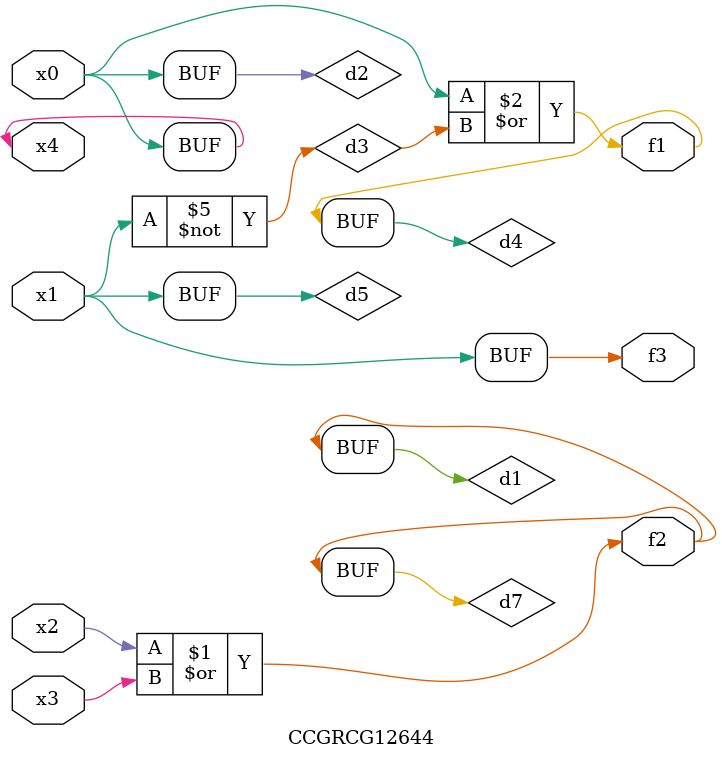
<source format=v>
module CCGRCG12644(
	input x0, x1, x2, x3, x4,
	output f1, f2, f3
);

	wire d1, d2, d3, d4, d5, d6, d7;

	or (d1, x2, x3);
	buf (d2, x0, x4);
	not (d3, x1);
	or (d4, d2, d3);
	not (d5, d3);
	nand (d6, d1, d3);
	or (d7, d1);
	assign f1 = d4;
	assign f2 = d7;
	assign f3 = d5;
endmodule

</source>
